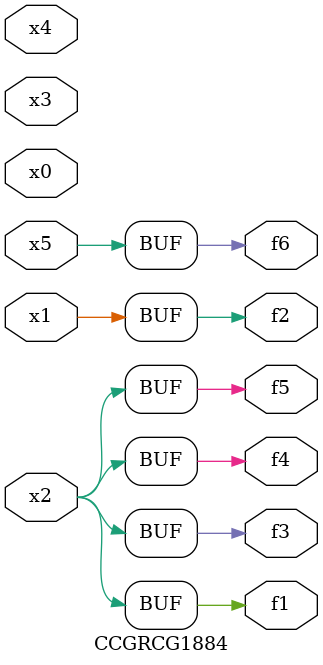
<source format=v>
module CCGRCG1884(
	input x0, x1, x2, x3, x4, x5,
	output f1, f2, f3, f4, f5, f6
);
	assign f1 = x2;
	assign f2 = x1;
	assign f3 = x2;
	assign f4 = x2;
	assign f5 = x2;
	assign f6 = x5;
endmodule

</source>
